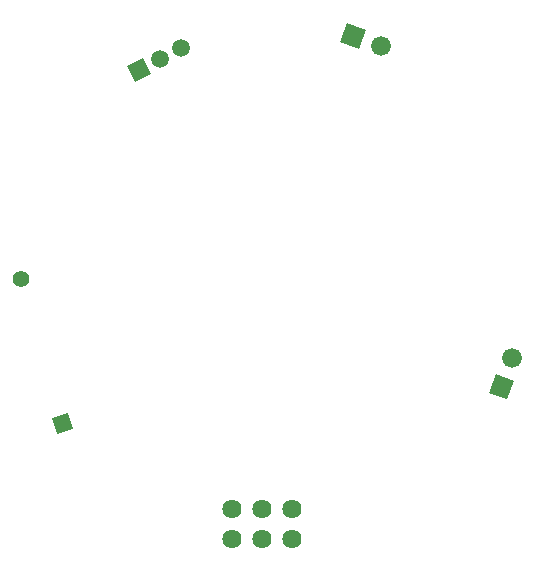
<source format=gbs>
G04 Layer: BottomSolderMaskLayer*
G04 EasyEDA v6.4.25, 2021-11-16T21:36:29+01:00*
G04 969fc306525a459593755dfbefa048c4,10*
G04 Gerber Generator version 0.2*
G04 Scale: 100 percent, Rotated: No, Reflected: No *
G04 Dimensions in millimeters *
G04 leading zeros omitted , absolute positions ,4 integer and 5 decimal *
%FSLAX45Y45*%
%MOMM*%

%ADD38C,1.6256*%
%ADD42C,1.6764*%
%ADD44C,1.5016*%
%ADD49C,1.4021*%

%LPD*%
D38*
G01*
X-292100Y-2184400D03*
G01*
X-292100Y-1930400D03*
G01*
X-38100Y-2184400D03*
G01*
X-38100Y-1930400D03*
G01*
X215900Y-2184400D03*
G01*
X215900Y-1930400D03*
G36*
X781557Y1967992D02*
G01*
X624078Y2025395D01*
X681481Y2182876D01*
X838962Y2125471D01*
G37*
D42*
G01*
X970239Y1988563D03*
G36*
X-1112773Y1687829D02*
G01*
X-1180845Y1821687D01*
X-1046987Y1889760D01*
X-978915Y1755902D01*
G37*
D44*
G01*
X-901700Y1879600D03*
G01*
X-723498Y1970399D03*
G36*
X-1778000Y-1294129D02*
G01*
X-1816607Y-1159255D01*
X-1681987Y-1120647D01*
X-1643379Y-1255268D01*
G37*
D49*
G01*
X-2080031Y13500D03*
G36*
X2038604Y-1001521D02*
G01*
X1881123Y-944118D01*
X1938527Y-786637D01*
X2096008Y-844042D01*
G37*
D42*
G01*
X2075439Y-655360D03*
M02*

</source>
